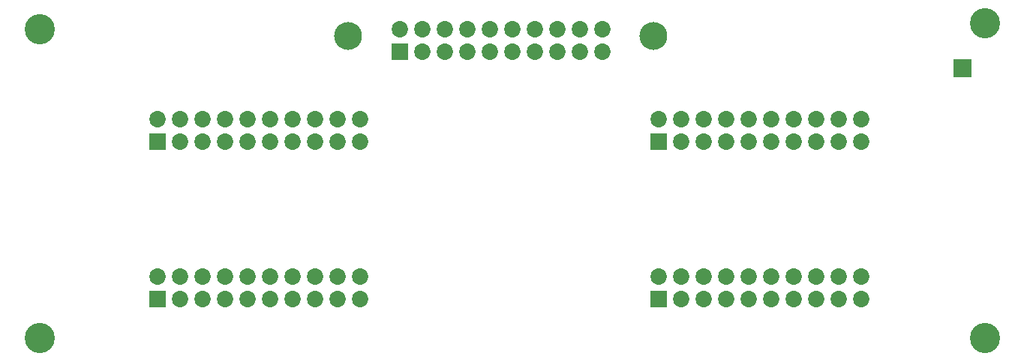
<source format=gts>
G04 Output by ViewMate Deluxe V11.0.9  PentaLogix LLC*
G04 Tue Nov 11 14:29:24 2014*
%FSLAX33Y33*%
%MOMM*%
%IPPOS*%
%ADD111R,1.8542X1.8542*%
%ADD112C,1.8542*%
%ADD113C,3.1496*%
%ADD114C,3.4036*%
%ADD115R,2.0041X2.0041*%

%LPD*%
X0Y0D2*D111*G1X74612Y7874D3*X74612Y25654D3*X45402Y35814D3*X18098Y25654D3*X18098Y7874D3*D112*X77152Y25654D3*X79692Y25654D3*X82232Y25654D3*X84772Y25654D3*X87312Y25654D3*X89852Y25654D3*X92392Y25654D3*X94932Y25654D3*X97472Y25654D3*X97472Y28194D3*X94932Y28194D3*X92392Y28194D3*X89852Y28194D3*X87312Y28194D3*X84772Y28194D3*X82232Y28194D3*X79692Y28194D3*X77152Y28194D3*X74612Y28194D3*X45402Y38354D3*X47942Y38354D3*X50482Y38354D3*X53022Y38354D3*X55562Y38354D3*X58102Y38354D3*X60642Y38354D3*X63182Y38354D3*X65722Y38354D3*X68262Y38354D3*X68262Y35814D3*X65722Y35814D3*X63182Y35814D3*X60642Y35814D3*X58102Y35814D3*X55562Y35814D3*X53022Y35814D3*X50482Y35814D3*X47942Y35814D3*X40958Y28194D3*X38418Y28194D3*X35878Y28194D3*X33338Y28194D3*X30798Y28194D3*X28258Y28194D3*X25718Y28194D3*X23178Y28194D3*X18098Y28194D3*X20638Y28194D3*X20638Y25654D3*X23178Y25654D3*X25718Y25654D3*X28258Y25654D3*X30798Y25654D3*X33338Y25654D3*X35878Y25654D3*X38418Y25654D3*X40958Y25654D3*X40958Y7874D3*X38418Y7874D3*X35878Y7874D3*X33338Y7874D3*X30798Y7874D3*X28258Y7874D3*X25718Y7874D3*X23178Y7874D3*X20638Y7874D3*X18098Y10414D3*X20638Y10414D3*X23178Y10414D3*X25718Y10414D3*X28258Y10414D3*X30798Y10414D3*X33338Y10414D3*X35878Y10414D3*X38418Y10414D3*X40958Y10414D3*X74612Y10414D3*X77152Y10414D3*X79692Y10414D3*X82232Y10414D3*X84772Y10414D3*X87312Y10414D3*X89852Y10414D3*X92392Y10414D3*X94932Y10414D3*X97472Y10414D3*X97472Y7874D3*X94932Y7874D3*X92392Y7874D3*X89852Y7874D3*X87312Y7874D3*X84772Y7874D3*X82232Y7874D3*X79692Y7874D3*X77152Y7874D3*D113*X39586Y37617D3*X74079Y37617D3*D114*X111442Y3429D3*X111442Y38989D3*X4762Y38354D3*X4762Y3429D3*D115*X108902Y33909D3*X0Y0D2*M02*
</source>
